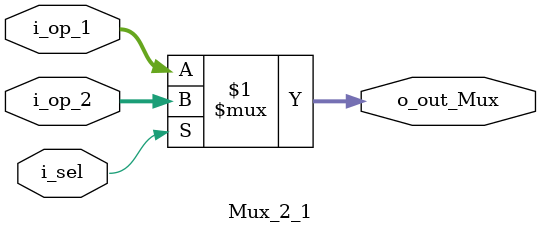
<source format=v>
`timescale 1ns / 1ps

`define WIDTH_OP 5
module Mux_2_1(
input [`WIDTH_OP-1:0]i_op_1, 
input [`WIDTH_OP-1:0]i_op_2 ,
input i_sel , 
output [`WIDTH_OP-1:0] o_out_Mux  
    );
    
  assign o_out_Mux = i_sel ? i_op_2 : i_op_1 ;
endmodule

</source>
